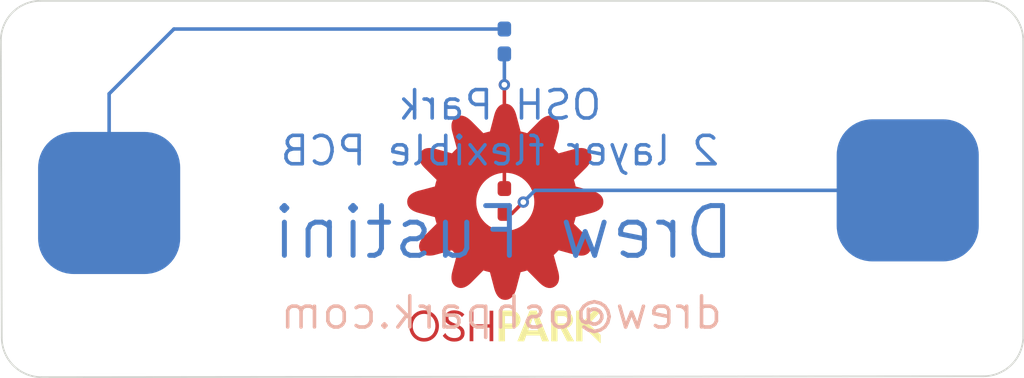
<source format=kicad_pcb>
(kicad_pcb (version 20171130) (host pcbnew 5.1.4-e60b266~84~ubuntu19.04.1)

  (general
    (thickness 1.6)
    (drawings 12)
    (tracks 11)
    (zones 0)
    (modules 6)
    (nets 1)
  )

  (page A4)
  (layers
    (0 F.Cu signal hide)
    (31 B.Cu signal)
    (32 B.Adhes user)
    (33 F.Adhes user)
    (34 B.Paste user)
    (35 F.Paste user)
    (36 B.SilkS user)
    (37 F.SilkS user)
    (38 B.Mask user hide)
    (39 F.Mask user hide)
    (40 Dwgs.User user)
    (41 Cmts.User user)
    (42 Eco1.User user)
    (43 Eco2.User user)
    (44 Edge.Cuts user)
    (45 Margin user)
    (46 B.CrtYd user)
    (47 F.CrtYd user)
    (48 B.Fab user)
    (49 F.Fab user)
  )

  (setup
    (last_trace_width 0.25)
    (trace_clearance 0.2)
    (zone_clearance 0.508)
    (zone_45_only no)
    (trace_min 0.2)
    (via_size 0.8)
    (via_drill 0.4)
    (via_min_size 0.4)
    (via_min_drill 0.3)
    (uvia_size 0.3)
    (uvia_drill 0.1)
    (uvias_allowed no)
    (uvia_min_size 0.2)
    (uvia_min_drill 0.1)
    (edge_width 0.05)
    (segment_width 0.2)
    (pcb_text_width 0.3)
    (pcb_text_size 1.5 1.5)
    (mod_edge_width 0.12)
    (mod_text_size 1 1)
    (mod_text_width 0.15)
    (pad_size 1.524 1.524)
    (pad_drill 0.762)
    (pad_to_mask_clearance 0.051)
    (solder_mask_min_width 0.25)
    (aux_axis_origin 0 0)
    (visible_elements FFFFFF7F)
    (pcbplotparams
      (layerselection 0x010fc_ffffffff)
      (usegerberextensions false)
      (usegerberattributes false)
      (usegerberadvancedattributes false)
      (creategerberjobfile false)
      (excludeedgelayer true)
      (linewidth 0.100000)
      (plotframeref false)
      (viasonmask false)
      (mode 1)
      (useauxorigin false)
      (hpglpennumber 1)
      (hpglpenspeed 20)
      (hpglpendiameter 15.000000)
      (psnegative false)
      (psa4output false)
      (plotreference true)
      (plotvalue true)
      (plotinvisibletext false)
      (padsonsilk false)
      (subtractmaskfromsilk false)
      (outputformat 1)
      (mirror false)
      (drillshape 1)
      (scaleselection 1)
      (outputdirectory ""))
  )

  (net 0 "")

  (net_class Default "This is the default net class."
    (clearance 0.2)
    (trace_width 0.25)
    (via_dia 0.8)
    (via_drill 0.4)
    (uvia_dia 0.3)
    (uvia_drill 0.1)
  )

  (module LED_SMD:LED_0603_1608Metric_Pad1.05x0.95mm_HandSolder (layer F.Cu) (tedit 5DF04E01) (tstamp 5DF073B1)
    (at 153.4795 54.723 90)
    (descr "LED SMD 0603 (1608 Metric), square (rectangular) end terminal, IPC_7351 nominal, (Body size source: http://www.tortai-tech.com/upload/download/2011102023233369053.pdf), generated with kicad-footprint-generator")
    (tags "LED handsolder")
    (attr smd)
    (fp_text reference REF** (at 0 -1.43 90) (layer F.SilkS) hide
      (effects (font (size 1 1) (thickness 0.15)))
    )
    (fp_text value LED_0603_1608Metric_Pad1.05x0.95mm_HandSolder (at 0 1.43 90) (layer F.Fab) hide
      (effects (font (size 1 1) (thickness 0.15)))
    )
    (fp_text user %R (at 0 0 90) (layer F.Fab)
      (effects (font (size 0.4 0.4) (thickness 0.06)))
    )
    (fp_line (start 1.65 0.73) (end -1.65 0.73) (layer F.CrtYd) (width 0.05))
    (fp_line (start 1.65 -0.73) (end 1.65 0.73) (layer F.CrtYd) (width 0.05))
    (fp_line (start -1.65 -0.73) (end 1.65 -0.73) (layer F.CrtYd) (width 0.05))
    (fp_line (start -1.65 0.73) (end -1.65 -0.73) (layer F.CrtYd) (width 0.05))
    (fp_line (start 0.8 0.4) (end 0.8 -0.4) (layer F.Fab) (width 0.1))
    (fp_line (start -0.8 0.4) (end 0.8 0.4) (layer F.Fab) (width 0.1))
    (fp_line (start -0.8 -0.1) (end -0.8 0.4) (layer F.Fab) (width 0.1))
    (fp_line (start -0.5 -0.4) (end -0.8 -0.1) (layer F.Fab) (width 0.1))
    (fp_line (start 0.8 -0.4) (end -0.5 -0.4) (layer F.Fab) (width 0.1))
    (pad 2 smd roundrect (at 0.875 0 90) (size 1.05 0.95) (layers F.Cu F.Paste F.Mask) (roundrect_rratio 0.25))
    (pad 1 smd roundrect (at -0.875 0 90) (size 1.05 0.95) (layers F.Cu F.Paste F.Mask) (roundrect_rratio 0.25))
    (model ${KISYS3DMOD}/LED_SMD.3dshapes/LED_0603_1608Metric.wrl
      (at (xyz 0 0 0))
      (scale (xyz 1 1 1))
      (rotate (xyz 0 0 0))
    )
  )

  (module Resistor_SMD:R_0603_1608Metric_Pad1.05x0.95mm_HandSolder (layer B.Cu) (tedit 5DF04DCE) (tstamp 5DF070E6)
    (at 153.4795 43.4975 270)
    (descr "Resistor SMD 0603 (1608 Metric), square (rectangular) end terminal, IPC_7351 nominal with elongated pad for handsoldering. (Body size source: http://www.tortai-tech.com/upload/download/2011102023233369053.pdf), generated with kicad-footprint-generator")
    (tags "resistor handsolder")
    (attr smd)
    (fp_text reference REF** (at 0 1.43 270) (layer B.SilkS) hide
      (effects (font (size 1 1) (thickness 0.15)) (justify mirror))
    )
    (fp_text value R_0603_1608Metric_Pad1.05x0.95mm_HandSolder (at 0 -1.43 270) (layer B.Fab) hide
      (effects (font (size 1 1) (thickness 0.15)) (justify mirror))
    )
    (fp_text user %R (at 0 0 270) (layer B.Fab)
      (effects (font (size 0.4 0.4) (thickness 0.06)) (justify mirror))
    )
    (fp_line (start 1.65 -0.73) (end -1.65 -0.73) (layer B.CrtYd) (width 0.05))
    (fp_line (start 1.65 0.73) (end 1.65 -0.73) (layer B.CrtYd) (width 0.05))
    (fp_line (start -1.65 0.73) (end 1.65 0.73) (layer B.CrtYd) (width 0.05))
    (fp_line (start -1.65 -0.73) (end -1.65 0.73) (layer B.CrtYd) (width 0.05))
    (fp_line (start 0.8 -0.4) (end -0.8 -0.4) (layer B.Fab) (width 0.1))
    (fp_line (start 0.8 0.4) (end 0.8 -0.4) (layer B.Fab) (width 0.1))
    (fp_line (start -0.8 0.4) (end 0.8 0.4) (layer B.Fab) (width 0.1))
    (fp_line (start -0.8 -0.4) (end -0.8 0.4) (layer B.Fab) (width 0.1))
    (pad 2 smd roundrect (at 0.875 0 270) (size 1.05 0.95) (layers B.Cu B.Paste B.Mask) (roundrect_rratio 0.25))
    (pad 1 smd roundrect (at -0.875 0 270) (size 1.05 0.95) (layers B.Cu B.Paste B.Mask) (roundrect_rratio 0.25))
    (model ${KISYS3DMOD}/Resistor_SMD.3dshapes/R_0603_1608Metric.wrl
      (at (xyz 0 0 0))
      (scale (xyz 1 1 1))
      (rotate (xyz 0 0 0))
    )
  )

  (module touch:TestPoint_Pad_4.0x4.0mm (layer B.Cu) (tedit 5DF04A6A) (tstamp 5DF05CD9)
    (at 125.6665 54.864)
    (descr "SMD rectangular pad as test Point, square 4.0mm side length")
    (tags "test point SMD pad rectangle square")
    (attr virtual)
    (fp_text reference REF** (at 0 2.898) (layer B.SilkS) hide
      (effects (font (size 1 1) (thickness 0.15)) (justify mirror))
    )
    (fp_text value TestPoint_Pad_10.0x10.0mm (at 0 -3.1) (layer B.Fab) hide
      (effects (font (size 1 1) (thickness 0.15)) (justify mirror))
    )
    (fp_line (start 2.5 -2.5) (end -2.5 -2.5) (layer B.CrtYd) (width 0.05))
    (fp_line (start 2.5 -2.5) (end 2.5 2.5) (layer B.CrtYd) (width 0.05))
    (fp_line (start -2.5 2.5) (end -2.5 -2.5) (layer B.CrtYd) (width 0.05))
    (fp_line (start -2.5 2.5) (end 2.5 2.5) (layer B.CrtYd) (width 0.05))
    (fp_text user %R (at 0 2.9) (layer B.Fab) hide
      (effects (font (size 1 1) (thickness 0.15)) (justify mirror))
    )
    (pad 1 smd roundrect (at 0 0) (size 10 10) (layers B.Cu B.Mask) (roundrect_rratio 0.25))
  )

  (module touch:TestPoint_Pad_4.0x4.0mm (layer B.Cu) (tedit 5DF045F0) (tstamp 5DF05110)
    (at 181.864 53.975)
    (descr "SMD rectangular pad as test Point, square 4.0mm side length")
    (tags "test point SMD pad rectangle square")
    (attr virtual)
    (fp_text reference REF** (at 0 2.898) (layer B.SilkS) hide
      (effects (font (size 1 1) (thickness 0.15)) (justify mirror))
    )
    (fp_text value TestPoint_Pad_10.0x10.0mm (at 0 -3.1) (layer B.Fab) hide
      (effects (font (size 1 1) (thickness 0.15)) (justify mirror))
    )
    (fp_text user %R (at 0 2.9) (layer B.Fab) hide
      (effects (font (size 1 1) (thickness 0.15)) (justify mirror))
    )
    (fp_line (start -2.5 2.5) (end 2.5 2.5) (layer B.CrtYd) (width 0.05))
    (fp_line (start -2.5 2.5) (end -2.5 -2.5) (layer B.CrtYd) (width 0.05))
    (fp_line (start 2.5 -2.5) (end 2.5 2.5) (layer B.CrtYd) (width 0.05))
    (fp_line (start 2.5 -2.5) (end -2.5 -2.5) (layer B.CrtYd) (width 0.05))
    (pad 1 smd roundrect (at 0 0) (size 10 10) (layers B.Cu B.Mask) (roundrect_rratio 0.25))
  )

  (module oshpark:OSH_small (layer F.Cu) (tedit 5DE9E529) (tstamp 5DF06053)
    (at 153.543 56.3245)
    (descr "Imported from OSHPARK.svg")
    (tags svg2mod)
    (attr smd)
    (fp_text reference OSH_small (at 0 -11.457835) (layer F.SilkS) hide
      (effects (font (size 1.524 1.524) (thickness 0.3048)))
    )
    (fp_text value G*** (at 0 11.457835) (layer F.SilkS) hide
      (effects (font (size 1.524 1.524) (thickness 0.3048)))
    )
    (fp_poly (pts (xy 0.00118 -8.409695) (xy 0.00043 -3.623025) (xy 0.21316 -3.612325) (xy 0.41974 -3.580825)
      (xy 0.61914 -3.529525) (xy 0.81031 -3.459525) (xy 0.99219 -3.371925) (xy 1.16375 -3.267695)
      (xy 1.32394 -3.147905) (xy 1.4717 -3.013605) (xy 1.606 -2.865845) (xy 1.72579 -2.705655)
      (xy 1.83001 -2.534105) (xy 1.91761 -2.352215) (xy 1.98761 -2.161055) (xy 2.03891 -1.961655)
      (xy 2.07041 -1.755065) (xy 2.08111 -1.542335) (xy 2.07041 -1.329495) (xy 2.03891 -1.122805)
      (xy 1.98771 -0.923315) (xy 1.91781 -0.732055) (xy 1.83021 -0.550075) (xy 1.726 -0.378435)
      (xy 1.60622 -0.218175) (xy 1.47192 -0.070335) (xy 1.32415 0.064025) (xy 1.16396 0.183875)
      (xy 0.99238 0.288155) (xy 0.81047 0.375855) (xy 0.61928 0.445855) (xy 0.41984 0.497155)
      (xy 0.21321 0.528655) (xy 0.00043 0.539455) (xy -0.21235 0.528655) (xy -0.41897 0.497155)
      (xy -0.6184 0.445855) (xy -0.80958 0.375855) (xy -0.99147 0.288155) (xy -1.16302 0.183875)
      (xy -1.3232 0.064025) (xy -1.47095 -0.070335) (xy -1.60524 -0.218175) (xy -1.72501 -0.378435)
      (xy -1.82922 -0.550075) (xy -1.91682 -0.732055) (xy -1.98682 -0.923315) (xy -2.03812 -1.122805)
      (xy -2.06962 -1.329495) (xy -2.08032 -1.542335) (xy -2.06962 -1.755065) (xy -2.03812 -1.961655)
      (xy -1.98682 -2.161055) (xy -1.91682 -2.352215) (xy -1.82922 -2.534105) (xy -1.72501 -2.705655)
      (xy -1.60524 -2.865845) (xy -1.47095 -3.013605) (xy -1.3232 -3.147905) (xy -1.16302 -3.267695)
      (xy -0.99147 -3.371925) (xy -0.80958 -3.459525) (xy -0.6184 -3.529525) (xy -0.41897 -3.580825)
      (xy -0.21235 -3.612325) (xy 0.00043 -3.623025) (xy 0.00118 -8.409695) (xy -0.14129 -8.393995)
      (xy -0.2674 -8.349495) (xy -0.378 -8.279795) (xy -0.4739 -8.188495) (xy -0.556 -8.079355)
      (xy -0.6251 -7.956025) (xy -0.6821 -7.822195) (xy -0.7278 -7.681515) (xy -1.04856 -6.462625)
      (xy -1.30304 -6.403425) (xy -1.55293 -6.331225) (xy -2.43795 -7.223815) (xy -2.5541 -7.325575)
      (xy -2.67331 -7.414275) (xy -2.79523 -7.486675) (xy -2.91953 -7.539575) (xy -3.04586 -7.569675)
      (xy -3.17388 -7.573675) (xy -3.30323 -7.548275) (xy -3.43358 -7.490275) (xy -3.54913 -7.405275)
      (xy -3.63603 -7.303485) (xy -3.69693 -7.187695) (xy -3.73433 -7.060655) (xy -3.75073 -6.925095)
      (xy -3.74873 -6.783755) (xy -3.73103 -6.639375) (xy -3.70003 -6.494705) (xy -3.36893 -5.282225)
      (xy -3.55878 -5.102185) (xy -3.73879 -4.912505) (xy -4.95156 -5.242875) (xy -5.10317 -5.273475)
      (xy -5.25088 -5.290975) (xy -5.39277 -5.292975) (xy -5.5269 -5.276575) (xy -5.65135 -5.239375)
      (xy -5.76419 -5.178675) (xy -5.86349 -5.091975) (xy -5.94729 -4.976645) (xy -6.00489 -4.845335)
      (xy -6.02929 -4.713775) (xy -6.02429 -4.583095) (xy -5.99309 -4.454385) (xy -5.93949 -4.328745)
      (xy -5.86709 -4.207285) (xy -5.77959 -4.091105) (xy -5.68049 -3.981305) (xy -4.78848 -3.096875)
      (xy -4.86248 -2.846755) (xy -4.92388 -2.591195) (xy -6.13913 -2.271315) (xy -6.28557 -2.221815)
      (xy -6.42211 -2.163015) (xy -6.54579 -2.093715) (xy -6.65364 -2.012515) (xy -6.74264 -1.918115)
      (xy -6.80994 -1.809295) (xy -6.85244 -1.684715) (xy -6.86724 -1.543065) (xy -6.85154 -1.400675)
      (xy -6.80704 -1.274595) (xy -6.73724 -1.163985) (xy -6.64594 -1.068085) (xy -6.5368 -0.985985)
      (xy -6.41347 -0.916885) (xy -6.27964 -0.859985) (xy -6.13897 -0.814385) (xy -4.92372 -0.494365)
      (xy -4.86232 -0.239235) (xy -4.78842 0.010885) (xy -5.68043 0.895605) (xy -5.78261 1.011585)
      (xy -5.87161 1.130695) (xy -5.94411 1.252585) (xy -5.99701 1.376885) (xy -6.02701 1.503265)
      (xy -6.03101 1.631355) (xy -6.00551 1.760795) (xy -5.94741 1.891235) (xy -5.86251 2.006695)
      (xy -5.76079 2.093495) (xy -5.64502 2.154295) (xy -5.51794 2.191595) (xy -5.38232 2.207995)
      (xy -5.24091 2.205995) (xy -5.09648 2.188395) (xy -4.95178 2.157595) (xy -3.73916 1.826495)
      (xy -3.55915 2.015885) (xy -3.36929 2.196065) (xy -3.70039 3.409125) (xy -3.73109 3.560565)
      (xy -3.74869 3.708175) (xy -3.75069 3.850005) (xy -3.73429 3.984105) (xy -3.69709 4.108515)
      (xy -3.63639 4.221295) (xy -3.54959 4.320495) (xy -3.43416 4.404195) (xy -3.30285 4.461895)
      (xy -3.17132 4.486395) (xy -3.04066 4.481395) (xy -2.91197 4.450195) (xy -2.78636 4.396595)
      (xy -2.66492 4.324295) (xy -2.54876 4.236795) (xy -2.43897 4.137795) (xy -1.55409 3.245195)
      (xy -1.30401 3.319295) (xy -1.0487 3.380995) (xy -0.72882 4.596245) (xy -0.67942 4.742405)
      (xy -0.62072 4.878745) (xy -0.55142 5.002265) (xy -0.47012 5.110005) (xy -0.37562 5.199005)
      (xy -0.26663 5.266305) (xy -0.14183 5.308805) (xy 0.0001 5.323605) (xy 0.1423 5.307905)
      (xy 0.26821 5.263405) (xy 0.37868 5.193705) (xy 0.47448 5.102505) (xy 0.55658 4.993495)
      (xy 0.62568 4.870315) (xy 0.68268 4.736655) (xy 0.72838 4.596185) (xy 1.04825 3.380645)
      (xy 1.30343 3.319445) (xy 1.55379 3.245445) (xy 2.43852 4.137905) (xy 2.55442 4.240085)
      (xy 2.67348 4.329085) (xy 2.79535 4.401685) (xy 2.91965 4.454585) (xy 3.04602 4.484585)
      (xy 3.17409 4.488585) (xy 3.30349 4.462985) (xy 3.43386 4.404785) (xy 3.5493 4.319985)
      (xy 3.6361 4.218365) (xy 3.6969 4.102685) (xy 3.7342 3.975695) (xy 3.7507 3.840155)
      (xy 3.7487 3.698805) (xy 3.7312 3.554415) (xy 3.7006 3.409725) (xy 3.36921 2.196675)
      (xy 3.55866 2.016495) (xy 3.73849 1.827095) (xy 4.95155 2.158195) (xy 5.10316 2.188595)
      (xy 5.25086 2.205995) (xy 5.39274 2.207995) (xy 5.52685 2.191495) (xy 5.65126 2.154195)
      (xy 5.76405 2.093495) (xy 5.86325 2.006695) (xy 5.94695 1.891265) (xy 6.00455 1.759975)
      (xy 6.02895 1.628485) (xy 6.02395 1.497875) (xy 5.99275 1.369255) (xy 5.93915 1.243685)
      (xy 5.86685 1.122265) (xy 5.77935 1.006085) (xy 5.68035 0.896225) (xy 4.78804 0.011495)
      (xy 4.86214 -0.238625) (xy 4.92344 -0.493755) (xy 6.13868 -0.813785) (xy 6.28522 -0.863185)
      (xy 6.42183 -0.921885) (xy 6.54556 -0.991285) (xy 6.65344 -1.072585) (xy 6.74254 -1.167085)
      (xy 6.80984 -1.276075) (xy 6.85244 -1.400845) (xy 6.86724 -1.542705) (xy 6.85194 -1.684715)
      (xy 6.80764 -1.810495) (xy 6.73804 -1.920855) (xy 6.64694 -2.016655) (xy 6.53789 -2.098655)
      (xy 6.41461 -2.167755) (xy 6.2808 -2.224755) (xy 6.14013 -2.270455) (xy 4.92488 -2.590335)
      (xy 4.86358 -2.845855) (xy 4.78948 -3.095735) (xy 5.68179 -3.980895) (xy 5.78395 -4.096695)
      (xy 5.87285 -4.215675) (xy 5.94535 -4.337485) (xy 5.99815 -4.461745) (xy 6.02805 -4.588095)
      (xy 6.03205 -4.716185) (xy 6.00655 -4.845635) (xy 5.94845 -4.976085) (xy 5.86365 -5.091375)
      (xy 5.76206 -5.178075) (xy 5.64641 -5.238875) (xy 5.51943 -5.276175) (xy 5.38387 -5.292675)
      (xy 5.24246 -5.290675) (xy 5.09796 -5.273075) (xy 4.9531 -5.242275) (xy 3.74019 -4.911755)
      (xy 3.5604 -5.101105) (xy 3.3712 -5.281035) (xy 3.70215 -6.493945) (xy 3.73265 -6.645465)
      (xy 3.75005 -6.793085) (xy 3.75205 -6.934915) (xy 3.73565 -7.069005) (xy 3.69835 -7.193445)
      (xy 3.63755 -7.306295) (xy 3.55075 -7.405695) (xy 3.43522 -7.489595) (xy 3.30408 -7.547095)
      (xy 3.17265 -7.571395) (xy 3.04204 -7.566395) (xy 2.91335 -7.535095) (xy 2.78769 -7.481395)
      (xy 2.66618 -7.408995) (xy 2.54992 -7.321595) (xy 2.44003 -7.222795) (xy 1.55545 -6.330485)
      (xy 1.30598 -6.402785) (xy 1.05107 -6.462485) (xy 0.73018 -7.681375) (xy 0.68058 -7.827915)
      (xy 0.62168 -7.964525) (xy 0.55228 -8.088255) (xy 0.47098 -8.196135) (xy 0.37658 -8.285235)
      (xy 0.2677 -8.352535) (xy 0.14304 -8.395035) (xy 0.0013 -8.409835) (xy 0.00118 -8.409695)) (layer F.Cu) (width 0.073847))
    (fp_poly (pts (xy -5.71389 8.295375) (xy -5.71389 8.046425) (xy -5.88469 8.029425) (xy -6.03947 7.980425)
      (xy -6.17614 7.902625) (xy -6.29262 7.799265) (xy -6.38682 7.673515) (xy -6.45672 7.528545)
      (xy -6.50022 7.367545) (xy -6.51512 7.193705) (xy -6.50022 7.019865) (xy -6.45672 6.858865)
      (xy -6.38682 6.713895) (xy -6.29262 6.588145) (xy -6.17614 6.484785) (xy -6.03947 6.406985)
      (xy -5.88469 6.357985) (xy -5.71389 6.340985) (xy -5.54238 6.357985) (xy -5.38754 6.406985)
      (xy -5.25128 6.484785) (xy -5.13551 6.588145) (xy -5.04211 6.713895) (xy -4.97301 6.858865)
      (xy -4.93021 7.019865) (xy -4.91551 7.193705) (xy -4.93021 7.367545) (xy -4.97301 7.528545)
      (xy -5.04211 7.673515) (xy -5.13551 7.799265) (xy -5.25128 7.902625) (xy -5.38754 7.980425)
      (xy -5.54238 8.029425) (xy -5.71389 8.046425) (xy -5.71389 8.295375) (xy -5.60215 8.289375)
      (xy -5.49471 8.272675) (xy -5.39197 8.245575) (xy -5.29437 8.208575) (xy -5.20217 8.162275)
      (xy -5.11587 8.107175) (xy -5.03597 8.043775) (xy -4.96277 7.972775) (xy -4.89667 7.894575)
      (xy -4.83807 7.809775) (xy -4.78737 7.718975) (xy -4.74497 7.622675) (xy -4.71127 7.521405)
      (xy -4.68667 7.415745) (xy -4.67167 7.306225) (xy -4.66667 7.193415) (xy -4.67167 7.080595)
      (xy -4.68667 6.971085) (xy -4.71127 6.865415) (xy -4.74497 6.764145) (xy -4.78737 6.667845)
      (xy -4.83807 6.577045) (xy -4.89667 6.492245) (xy -4.96277 6.414045) (xy -5.03597 6.342945)
      (xy -5.11587 6.279545) (xy -5.20217 6.224445) (xy -5.29437 6.178145) (xy -5.39197 6.141145)
      (xy -5.49471 6.114045) (xy -5.60215 6.097345) (xy -5.71389 6.091345) (xy -5.82609 6.097345)
      (xy -5.93388 6.114045) (xy -6.03687 6.141145) (xy -6.13467 6.178145) (xy -6.22687 6.224445)
      (xy -6.31307 6.279545) (xy -6.39297 6.342945) (xy -6.46607 6.414045) (xy -6.53207 6.492245)
      (xy -6.59047 6.577045) (xy -6.64097 6.667845) (xy -6.68317 6.764145) (xy -6.71667 6.865415)
      (xy -6.74107 6.971085) (xy -6.75597 7.080595) (xy -6.76097 7.193415) (xy -6.75597 7.306225)
      (xy -6.74107 7.415745) (xy -6.71667 7.521405) (xy -6.68317 7.622675) (xy -6.64097 7.718975)
      (xy -6.59047 7.809775) (xy -6.53207 7.894575) (xy -6.46607 7.972775) (xy -6.39297 8.043775)
      (xy -6.31307 8.107175) (xy -6.22687 8.162275) (xy -6.13467 8.208575) (xy -6.03687 8.245575)
      (xy -5.93388 8.272675) (xy -5.82609 8.289375) (xy -5.71389 8.295375)) (layer F.Cu) (width 0))
    (fp_poly (pts (xy -3.5907 8.295375) (xy -3.44187 8.286375) (xy -3.30406 8.258975) (xy -3.18001 8.212975)
      (xy -3.07241 8.147975) (xy -2.98401 8.063675) (xy -2.91751 7.959725) (xy -2.87561 7.835805)
      (xy -2.86101 7.691555) (xy -2.87691 7.552235) (xy -2.92141 7.434915) (xy -2.98981 7.336615)
      (xy -3.07751 7.254415) (xy -3.17982 7.185415) (xy -3.29208 7.126615) (xy -3.52784 7.027715)
      (xy -3.70664 6.955515) (xy -3.85727 6.872815) (xy -3.91627 6.823915) (xy -3.96127 6.768115)
      (xy -3.98997 6.703915) (xy -4.00007 6.629915) (xy -3.99207 6.554915) (xy -3.96807 6.490615)
      (xy -3.93017 6.436915) (xy -3.88027 6.393515) (xy -3.82017 6.360115) (xy -3.75177 6.336615)
      (xy -3.67677 6.322615) (xy -3.59697 6.317615) (xy -3.50107 6.322615) (xy -3.41297 6.336315)
      (xy -3.33277 6.358215) (xy -3.26037 6.387715) (xy -3.19597 6.424015) (xy -3.13947 6.466415)
      (xy -3.05047 6.566885) (xy -2.87592 6.389475) (xy -2.93462 6.327375) (xy -3.00322 6.270575)
      (xy -3.08132 6.219875) (xy -3.16862 6.176275) (xy -3.26472 6.140775) (xy -3.36936 6.114275)
      (xy -3.48217 6.097675) (xy -3.60284 6.091675) (xy -3.73476 6.100675) (xy -3.85823 6.127675)
      (xy -3.97043 6.172275) (xy -4.06853 6.234275) (xy -4.14973 6.313275) (xy -4.21123 6.408975)
      (xy -4.25023 6.521165) (xy -4.26383 6.649475) (xy -4.24983 6.769025) (xy -4.21043 6.869725)
      (xy -4.14943 6.954225) (xy -4.07063 7.025125) (xy -3.97793 7.085025) (xy -3.87509 7.136525)
      (xy -3.6543 7.224725) (xy -3.4565 7.304325) (xy -3.3666 7.348925) (xy -3.2866 7.399625)
      (xy -3.2195 7.458525) (xy -3.1682 7.527725) (xy -3.1357 7.609325) (xy -3.1249 7.705425)
      (xy -3.1349 7.789025) (xy -3.1618 7.860025) (xy -3.2038 7.918825) (xy -3.2593 7.965825)
      (xy -3.3266 8.001625) (xy -3.404 8.026625) (xy -3.4899 8.041225) (xy -3.5826 8.046225)
      (xy -3.69075 8.039225) (xy -3.79323 8.020125) (xy -3.88863 7.989225) (xy -3.97563 7.947425)
      (xy -4.05283 7.895625) (xy -4.11893 7.834625) (xy -4.17243 7.765125) (xy -4.21203 7.688125)
      (xy -4.40088 7.879845) (xy -4.33778 7.967545) (xy -4.26108 8.047345) (xy -4.17208 8.118045)
      (xy -4.07218 8.178545) (xy -3.96276 8.227645) (xy -3.84518 8.264145) (xy -3.72084 8.286945)
      (xy -3.59109 8.294945) (xy -3.5907 8.295375)) (layer F.Cu) (width 0))
    (fp_poly (pts (xy -1.10433 6.120635) (xy -1.10433 7.076375) (xy -2.24607 7.076375) (xy -2.24607 6.120635)
      (xy -2.50646 6.120635) (xy -2.50646 8.266755) (xy -2.24607 8.266755) (xy -2.24607 7.311015)
      (xy -1.10433 7.311015) (xy -1.10433 8.266755) (xy -0.84394 8.266755) (xy -0.84394 6.120635)
      (xy -1.10433 6.120635)) (layer F.Cu) (width 0))
    (fp_poly (pts (xy 0.42791 6.120635) (xy -0.02711 6.495535) (xy 0.38781 6.495535) (xy 0.44521 6.500535)
      (xy 0.49851 6.515035) (xy 0.54661 6.538335) (xy 0.58851 6.569635) (xy 0.62301 6.608335)
      (xy 0.64901 6.653735) (xy 0.66541 6.705135) (xy 0.67141 6.761735) (xy 0.66541 6.820135)
      (xy 0.64901 6.872535) (xy 0.62301 6.918535) (xy 0.58851 6.957435) (xy 0.54661 6.988635)
      (xy 0.49851 7.011635) (xy 0.44521 7.025835) (xy 0.38781 7.030835) (xy 0.38781 7.030635)
      (xy -0.02711 7.030635) (xy -0.02711 6.495535) (xy 0.42791 6.120635) (xy -0.45915 6.120635)
      (xy -0.45915 8.266755) (xy -0.02707 8.266755) (xy -0.02707 7.382555) (xy 0.42791 7.382555)
      (xy 0.5579 7.370355) (xy 0.67807 7.335055) (xy 0.78609 7.278855) (xy 0.87969 7.203855)
      (xy 0.95649 7.112155) (xy 1.01419 7.006005) (xy 1.05049 6.887525) (xy 1.06309 6.758845)
      (xy 1.05049 6.630375) (xy 1.01419 6.510655) (xy 0.95649 6.402275) (xy 0.87969 6.307775)
      (xy 0.78609 6.229775) (xy 0.67807 6.170875) (xy 0.5579 6.133675) (xy 0.42791 6.120675)
      (xy 0.42791 6.120635)) (layer F.SilkS) (width 0))
    (fp_poly (pts (xy 2.59844 8.266755) (xy 1.96319 6.558445) (xy 2.31515 7.505595) (xy 1.60836 7.505595)
      (xy 1.96319 6.558445) (xy 2.59844 8.266755) (xy 3.06487 8.266755) (xy 2.20355 6.120635)
      (xy 1.71996 6.120635) (xy 0.85865 8.266755) (xy 1.32508 8.266755) (xy 1.47674 7.860425)
      (xy 2.44678 7.860425) (xy 2.59844 8.266755)) (layer F.SilkS) (width 0))
    (fp_poly (pts (xy 4.31659 7.328185) (xy 4.11009 7.022185) (xy 3.67228 7.022185) (xy 3.67228 6.495675)
      (xy 4.11009 6.495675) (xy 4.16319 6.500675) (xy 4.21239 6.515675) (xy 4.25669 6.539575)
      (xy 4.29509 6.571375) (xy 4.32669 6.610075) (xy 4.35039 6.654875) (xy 4.36539 6.704775)
      (xy 4.37039 6.758775) (xy 4.36539 6.812775) (xy 4.35069 6.862675) (xy 4.32729 6.907475)
      (xy 4.29609 6.946175) (xy 4.25789 6.977975) (xy 4.21359 7.001875) (xy 4.16399 7.016875)
      (xy 4.11009 7.021875) (xy 4.11009 7.022185) (xy 4.31659 7.328185) (xy 4.41049 7.296585)
      (xy 4.49619 7.251785) (xy 4.57229 7.194785) (xy 4.63749 7.126585) (xy 4.69049 7.048185)
      (xy 4.72989 6.960585) (xy 4.75449 6.864785) (xy 4.76249 6.761805) (xy 4.74979 6.631575)
      (xy 4.71319 6.510755) (xy 4.65509 6.401815) (xy 4.57799 6.307215) (xy 4.48419 6.229415)
      (xy 4.37621 6.170715) (xy 4.25643 6.133715) (xy 4.12726 6.120815) (xy 3.2402 6.120815)
      (xy 3.2402 8.266935) (xy 3.67228 8.266935) (xy 3.67228 7.356985) (xy 3.88403 7.356985)
      (xy 4.35332 8.266935) (xy 4.83691 8.266935) (xy 4.31612 7.328365) (xy 4.31659 7.328185)) (layer F.SilkS) (width 0))
    (fp_poly (pts (xy 6.76111 6.120635) (xy 6.20884 6.120635) (xy 5.42765 6.959055) (xy 5.42765 6.120635)
      (xy 4.99557 6.120635) (xy 4.99557 8.266755) (xy 5.42765 8.266755) (xy 5.42765 7.193695)
      (xy 6.7096 8.409835) (xy 6.7096 7.831805) (xy 5.87118 7.056345) (xy 6.76111 6.120635)) (layer F.SilkS) (width 0))
  )

  (module oshpark:OSH_small (layer F.Cu) (tedit 5DE9E4DF) (tstamp 5CD2DF1C)
    (at 153.543 56.3245)
    (descr "Imported from OSHPARK.svg")
    (tags svg2mod)
    (attr smd)
    (fp_text reference OSH_small (at 0 -11.457835) (layer F.SilkS) hide
      (effects (font (size 1.524 1.524) (thickness 0.3048)))
    )
    (fp_text value G*** (at 0 11.457835) (layer F.SilkS) hide
      (effects (font (size 1.524 1.524) (thickness 0.3048)))
    )
    (fp_poly (pts (xy 6.76111 6.120635) (xy 6.20884 6.120635) (xy 5.42765 6.959055) (xy 5.42765 6.120635)
      (xy 4.99557 6.120635) (xy 4.99557 8.266755) (xy 5.42765 8.266755) (xy 5.42765 7.193695)
      (xy 6.7096 8.409835) (xy 6.7096 7.831805) (xy 5.87118 7.056345) (xy 6.76111 6.120635)) (layer F.SilkS) (width 0))
    (fp_poly (pts (xy 4.31659 7.328185) (xy 4.11009 7.022185) (xy 3.67228 7.022185) (xy 3.67228 6.495675)
      (xy 4.11009 6.495675) (xy 4.16319 6.500675) (xy 4.21239 6.515675) (xy 4.25669 6.539575)
      (xy 4.29509 6.571375) (xy 4.32669 6.610075) (xy 4.35039 6.654875) (xy 4.36539 6.704775)
      (xy 4.37039 6.758775) (xy 4.36539 6.812775) (xy 4.35069 6.862675) (xy 4.32729 6.907475)
      (xy 4.29609 6.946175) (xy 4.25789 6.977975) (xy 4.21359 7.001875) (xy 4.16399 7.016875)
      (xy 4.11009 7.021875) (xy 4.11009 7.022185) (xy 4.31659 7.328185) (xy 4.41049 7.296585)
      (xy 4.49619 7.251785) (xy 4.57229 7.194785) (xy 4.63749 7.126585) (xy 4.69049 7.048185)
      (xy 4.72989 6.960585) (xy 4.75449 6.864785) (xy 4.76249 6.761805) (xy 4.74979 6.631575)
      (xy 4.71319 6.510755) (xy 4.65509 6.401815) (xy 4.57799 6.307215) (xy 4.48419 6.229415)
      (xy 4.37621 6.170715) (xy 4.25643 6.133715) (xy 4.12726 6.120815) (xy 3.2402 6.120815)
      (xy 3.2402 8.266935) (xy 3.67228 8.266935) (xy 3.67228 7.356985) (xy 3.88403 7.356985)
      (xy 4.35332 8.266935) (xy 4.83691 8.266935) (xy 4.31612 7.328365) (xy 4.31659 7.328185)) (layer F.SilkS) (width 0))
    (fp_poly (pts (xy 2.59844 8.266755) (xy 1.96319 6.558445) (xy 2.31515 7.505595) (xy 1.60836 7.505595)
      (xy 1.96319 6.558445) (xy 2.59844 8.266755) (xy 3.06487 8.266755) (xy 2.20355 6.120635)
      (xy 1.71996 6.120635) (xy 0.85865 8.266755) (xy 1.32508 8.266755) (xy 1.47674 7.860425)
      (xy 2.44678 7.860425) (xy 2.59844 8.266755)) (layer F.SilkS) (width 0))
    (fp_poly (pts (xy 0.42791 6.120635) (xy -0.02711 6.495535) (xy 0.38781 6.495535) (xy 0.44521 6.500535)
      (xy 0.49851 6.515035) (xy 0.54661 6.538335) (xy 0.58851 6.569635) (xy 0.62301 6.608335)
      (xy 0.64901 6.653735) (xy 0.66541 6.705135) (xy 0.67141 6.761735) (xy 0.66541 6.820135)
      (xy 0.64901 6.872535) (xy 0.62301 6.918535) (xy 0.58851 6.957435) (xy 0.54661 6.988635)
      (xy 0.49851 7.011635) (xy 0.44521 7.025835) (xy 0.38781 7.030835) (xy 0.38781 7.030635)
      (xy -0.02711 7.030635) (xy -0.02711 6.495535) (xy 0.42791 6.120635) (xy -0.45915 6.120635)
      (xy -0.45915 8.266755) (xy -0.02707 8.266755) (xy -0.02707 7.382555) (xy 0.42791 7.382555)
      (xy 0.5579 7.370355) (xy 0.67807 7.335055) (xy 0.78609 7.278855) (xy 0.87969 7.203855)
      (xy 0.95649 7.112155) (xy 1.01419 7.006005) (xy 1.05049 6.887525) (xy 1.06309 6.758845)
      (xy 1.05049 6.630375) (xy 1.01419 6.510655) (xy 0.95649 6.402275) (xy 0.87969 6.307775)
      (xy 0.78609 6.229775) (xy 0.67807 6.170875) (xy 0.5579 6.133675) (xy 0.42791 6.120675)
      (xy 0.42791 6.120635)) (layer F.SilkS) (width 0))
    (fp_poly (pts (xy -1.10433 6.120635) (xy -1.10433 7.076375) (xy -2.24607 7.076375) (xy -2.24607 6.120635)
      (xy -2.50646 6.120635) (xy -2.50646 8.266755) (xy -2.24607 8.266755) (xy -2.24607 7.311015)
      (xy -1.10433 7.311015) (xy -1.10433 8.266755) (xy -0.84394 8.266755) (xy -0.84394 6.120635)
      (xy -1.10433 6.120635)) (layer F.Mask) (width 0))
    (fp_poly (pts (xy -3.5907 8.295375) (xy -3.44187 8.286375) (xy -3.30406 8.258975) (xy -3.18001 8.212975)
      (xy -3.07241 8.147975) (xy -2.98401 8.063675) (xy -2.91751 7.959725) (xy -2.87561 7.835805)
      (xy -2.86101 7.691555) (xy -2.87691 7.552235) (xy -2.92141 7.434915) (xy -2.98981 7.336615)
      (xy -3.07751 7.254415) (xy -3.17982 7.185415) (xy -3.29208 7.126615) (xy -3.52784 7.027715)
      (xy -3.70664 6.955515) (xy -3.85727 6.872815) (xy -3.91627 6.823915) (xy -3.96127 6.768115)
      (xy -3.98997 6.703915) (xy -4.00007 6.629915) (xy -3.99207 6.554915) (xy -3.96807 6.490615)
      (xy -3.93017 6.436915) (xy -3.88027 6.393515) (xy -3.82017 6.360115) (xy -3.75177 6.336615)
      (xy -3.67677 6.322615) (xy -3.59697 6.317615) (xy -3.50107 6.322615) (xy -3.41297 6.336315)
      (xy -3.33277 6.358215) (xy -3.26037 6.387715) (xy -3.19597 6.424015) (xy -3.13947 6.466415)
      (xy -3.05047 6.566885) (xy -2.87592 6.389475) (xy -2.93462 6.327375) (xy -3.00322 6.270575)
      (xy -3.08132 6.219875) (xy -3.16862 6.176275) (xy -3.26472 6.140775) (xy -3.36936 6.114275)
      (xy -3.48217 6.097675) (xy -3.60284 6.091675) (xy -3.73476 6.100675) (xy -3.85823 6.127675)
      (xy -3.97043 6.172275) (xy -4.06853 6.234275) (xy -4.14973 6.313275) (xy -4.21123 6.408975)
      (xy -4.25023 6.521165) (xy -4.26383 6.649475) (xy -4.24983 6.769025) (xy -4.21043 6.869725)
      (xy -4.14943 6.954225) (xy -4.07063 7.025125) (xy -3.97793 7.085025) (xy -3.87509 7.136525)
      (xy -3.6543 7.224725) (xy -3.4565 7.304325) (xy -3.3666 7.348925) (xy -3.2866 7.399625)
      (xy -3.2195 7.458525) (xy -3.1682 7.527725) (xy -3.1357 7.609325) (xy -3.1249 7.705425)
      (xy -3.1349 7.789025) (xy -3.1618 7.860025) (xy -3.2038 7.918825) (xy -3.2593 7.965825)
      (xy -3.3266 8.001625) (xy -3.404 8.026625) (xy -3.4899 8.041225) (xy -3.5826 8.046225)
      (xy -3.69075 8.039225) (xy -3.79323 8.020125) (xy -3.88863 7.989225) (xy -3.97563 7.947425)
      (xy -4.05283 7.895625) (xy -4.11893 7.834625) (xy -4.17243 7.765125) (xy -4.21203 7.688125)
      (xy -4.40088 7.879845) (xy -4.33778 7.967545) (xy -4.26108 8.047345) (xy -4.17208 8.118045)
      (xy -4.07218 8.178545) (xy -3.96276 8.227645) (xy -3.84518 8.264145) (xy -3.72084 8.286945)
      (xy -3.59109 8.294945) (xy -3.5907 8.295375)) (layer F.Mask) (width 0))
    (fp_poly (pts (xy -5.71389 8.295375) (xy -5.71389 8.046425) (xy -5.88469 8.029425) (xy -6.03947 7.980425)
      (xy -6.17614 7.902625) (xy -6.29262 7.799265) (xy -6.38682 7.673515) (xy -6.45672 7.528545)
      (xy -6.50022 7.367545) (xy -6.51512 7.193705) (xy -6.50022 7.019865) (xy -6.45672 6.858865)
      (xy -6.38682 6.713895) (xy -6.29262 6.588145) (xy -6.17614 6.484785) (xy -6.03947 6.406985)
      (xy -5.88469 6.357985) (xy -5.71389 6.340985) (xy -5.54238 6.357985) (xy -5.38754 6.406985)
      (xy -5.25128 6.484785) (xy -5.13551 6.588145) (xy -5.04211 6.713895) (xy -4.97301 6.858865)
      (xy -4.93021 7.019865) (xy -4.91551 7.193705) (xy -4.93021 7.367545) (xy -4.97301 7.528545)
      (xy -5.04211 7.673515) (xy -5.13551 7.799265) (xy -5.25128 7.902625) (xy -5.38754 7.980425)
      (xy -5.54238 8.029425) (xy -5.71389 8.046425) (xy -5.71389 8.295375) (xy -5.60215 8.289375)
      (xy -5.49471 8.272675) (xy -5.39197 8.245575) (xy -5.29437 8.208575) (xy -5.20217 8.162275)
      (xy -5.11587 8.107175) (xy -5.03597 8.043775) (xy -4.96277 7.972775) (xy -4.89667 7.894575)
      (xy -4.83807 7.809775) (xy -4.78737 7.718975) (xy -4.74497 7.622675) (xy -4.71127 7.521405)
      (xy -4.68667 7.415745) (xy -4.67167 7.306225) (xy -4.66667 7.193415) (xy -4.67167 7.080595)
      (xy -4.68667 6.971085) (xy -4.71127 6.865415) (xy -4.74497 6.764145) (xy -4.78737 6.667845)
      (xy -4.83807 6.577045) (xy -4.89667 6.492245) (xy -4.96277 6.414045) (xy -5.03597 6.342945)
      (xy -5.11587 6.279545) (xy -5.20217 6.224445) (xy -5.29437 6.178145) (xy -5.39197 6.141145)
      (xy -5.49471 6.114045) (xy -5.60215 6.097345) (xy -5.71389 6.091345) (xy -5.82609 6.097345)
      (xy -5.93388 6.114045) (xy -6.03687 6.141145) (xy -6.13467 6.178145) (xy -6.22687 6.224445)
      (xy -6.31307 6.279545) (xy -6.39297 6.342945) (xy -6.46607 6.414045) (xy -6.53207 6.492245)
      (xy -6.59047 6.577045) (xy -6.64097 6.667845) (xy -6.68317 6.764145) (xy -6.71667 6.865415)
      (xy -6.74107 6.971085) (xy -6.75597 7.080595) (xy -6.76097 7.193415) (xy -6.75597 7.306225)
      (xy -6.74107 7.415745) (xy -6.71667 7.521405) (xy -6.68317 7.622675) (xy -6.64097 7.718975)
      (xy -6.59047 7.809775) (xy -6.53207 7.894575) (xy -6.46607 7.972775) (xy -6.39297 8.043775)
      (xy -6.31307 8.107175) (xy -6.22687 8.162275) (xy -6.13467 8.208575) (xy -6.03687 8.245575)
      (xy -5.93388 8.272675) (xy -5.82609 8.289375) (xy -5.71389 8.295375)) (layer F.Mask) (width 0))
    (fp_poly (pts (xy 0.00118 -8.409695) (xy 0.00043 -3.623025) (xy 0.21316 -3.612325) (xy 0.41974 -3.580825)
      (xy 0.61914 -3.529525) (xy 0.81031 -3.459525) (xy 0.99219 -3.371925) (xy 1.16375 -3.267695)
      (xy 1.32394 -3.147905) (xy 1.4717 -3.013605) (xy 1.606 -2.865845) (xy 1.72579 -2.705655)
      (xy 1.83001 -2.534105) (xy 1.91761 -2.352215) (xy 1.98761 -2.161055) (xy 2.03891 -1.961655)
      (xy 2.07041 -1.755065) (xy 2.08111 -1.542335) (xy 2.07041 -1.329495) (xy 2.03891 -1.122805)
      (xy 1.98771 -0.923315) (xy 1.91781 -0.732055) (xy 1.83021 -0.550075) (xy 1.726 -0.378435)
      (xy 1.60622 -0.218175) (xy 1.47192 -0.070335) (xy 1.32415 0.064025) (xy 1.16396 0.183875)
      (xy 0.99238 0.288155) (xy 0.81047 0.375855) (xy 0.61928 0.445855) (xy 0.41984 0.497155)
      (xy 0.21321 0.528655) (xy 0.00043 0.539455) (xy -0.21235 0.528655) (xy -0.41897 0.497155)
      (xy -0.6184 0.445855) (xy -0.80958 0.375855) (xy -0.99147 0.288155) (xy -1.16302 0.183875)
      (xy -1.3232 0.064025) (xy -1.47095 -0.070335) (xy -1.60524 -0.218175) (xy -1.72501 -0.378435)
      (xy -1.82922 -0.550075) (xy -1.91682 -0.732055) (xy -1.98682 -0.923315) (xy -2.03812 -1.122805)
      (xy -2.06962 -1.329495) (xy -2.08032 -1.542335) (xy -2.06962 -1.755065) (xy -2.03812 -1.961655)
      (xy -1.98682 -2.161055) (xy -1.91682 -2.352215) (xy -1.82922 -2.534105) (xy -1.72501 -2.705655)
      (xy -1.60524 -2.865845) (xy -1.47095 -3.013605) (xy -1.3232 -3.147905) (xy -1.16302 -3.267695)
      (xy -0.99147 -3.371925) (xy -0.80958 -3.459525) (xy -0.6184 -3.529525) (xy -0.41897 -3.580825)
      (xy -0.21235 -3.612325) (xy 0.00043 -3.623025) (xy 0.00118 -8.409695) (xy -0.14129 -8.393995)
      (xy -0.2674 -8.349495) (xy -0.378 -8.279795) (xy -0.4739 -8.188495) (xy -0.556 -8.079355)
      (xy -0.6251 -7.956025) (xy -0.6821 -7.822195) (xy -0.7278 -7.681515) (xy -1.04856 -6.462625)
      (xy -1.30304 -6.403425) (xy -1.55293 -6.331225) (xy -2.43795 -7.223815) (xy -2.5541 -7.325575)
      (xy -2.67331 -7.414275) (xy -2.79523 -7.486675) (xy -2.91953 -7.539575) (xy -3.04586 -7.569675)
      (xy -3.17388 -7.573675) (xy -3.30323 -7.548275) (xy -3.43358 -7.490275) (xy -3.54913 -7.405275)
      (xy -3.63603 -7.303485) (xy -3.69693 -7.187695) (xy -3.73433 -7.060655) (xy -3.75073 -6.925095)
      (xy -3.74873 -6.783755) (xy -3.73103 -6.639375) (xy -3.70003 -6.494705) (xy -3.36893 -5.282225)
      (xy -3.55878 -5.102185) (xy -3.73879 -4.912505) (xy -4.95156 -5.242875) (xy -5.10317 -5.273475)
      (xy -5.25088 -5.290975) (xy -5.39277 -5.292975) (xy -5.5269 -5.276575) (xy -5.65135 -5.239375)
      (xy -5.76419 -5.178675) (xy -5.86349 -5.091975) (xy -5.94729 -4.976645) (xy -6.00489 -4.845335)
      (xy -6.02929 -4.713775) (xy -6.02429 -4.583095) (xy -5.99309 -4.454385) (xy -5.93949 -4.328745)
      (xy -5.86709 -4.207285) (xy -5.77959 -4.091105) (xy -5.68049 -3.981305) (xy -4.78848 -3.096875)
      (xy -4.86248 -2.846755) (xy -4.92388 -2.591195) (xy -6.13913 -2.271315) (xy -6.28557 -2.221815)
      (xy -6.42211 -2.163015) (xy -6.54579 -2.093715) (xy -6.65364 -2.012515) (xy -6.74264 -1.918115)
      (xy -6.80994 -1.809295) (xy -6.85244 -1.684715) (xy -6.86724 -1.543065) (xy -6.85154 -1.400675)
      (xy -6.80704 -1.274595) (xy -6.73724 -1.163985) (xy -6.64594 -1.068085) (xy -6.5368 -0.985985)
      (xy -6.41347 -0.916885) (xy -6.27964 -0.859985) (xy -6.13897 -0.814385) (xy -4.92372 -0.494365)
      (xy -4.86232 -0.239235) (xy -4.78842 0.010885) (xy -5.68043 0.895605) (xy -5.78261 1.011585)
      (xy -5.87161 1.130695) (xy -5.94411 1.252585) (xy -5.99701 1.376885) (xy -6.02701 1.503265)
      (xy -6.03101 1.631355) (xy -6.00551 1.760795) (xy -5.94741 1.891235) (xy -5.86251 2.006695)
      (xy -5.76079 2.093495) (xy -5.64502 2.154295) (xy -5.51794 2.191595) (xy -5.38232 2.207995)
      (xy -5.24091 2.205995) (xy -5.09648 2.188395) (xy -4.95178 2.157595) (xy -3.73916 1.826495)
      (xy -3.55915 2.015885) (xy -3.36929 2.196065) (xy -3.70039 3.409125) (xy -3.73109 3.560565)
      (xy -3.74869 3.708175) (xy -3.75069 3.850005) (xy -3.73429 3.984105) (xy -3.69709 4.108515)
      (xy -3.63639 4.221295) (xy -3.54959 4.320495) (xy -3.43416 4.404195) (xy -3.30285 4.461895)
      (xy -3.17132 4.486395) (xy -3.04066 4.481395) (xy -2.91197 4.450195) (xy -2.78636 4.396595)
      (xy -2.66492 4.324295) (xy -2.54876 4.236795) (xy -2.43897 4.137795) (xy -1.55409 3.245195)
      (xy -1.30401 3.319295) (xy -1.0487 3.380995) (xy -0.72882 4.596245) (xy -0.67942 4.742405)
      (xy -0.62072 4.878745) (xy -0.55142 5.002265) (xy -0.47012 5.110005) (xy -0.37562 5.199005)
      (xy -0.26663 5.266305) (xy -0.14183 5.308805) (xy 0.0001 5.323605) (xy 0.1423 5.307905)
      (xy 0.26821 5.263405) (xy 0.37868 5.193705) (xy 0.47448 5.102505) (xy 0.55658 4.993495)
      (xy 0.62568 4.870315) (xy 0.68268 4.736655) (xy 0.72838 4.596185) (xy 1.04825 3.380645)
      (xy 1.30343 3.319445) (xy 1.55379 3.245445) (xy 2.43852 4.137905) (xy 2.55442 4.240085)
      (xy 2.67348 4.329085) (xy 2.79535 4.401685) (xy 2.91965 4.454585) (xy 3.04602 4.484585)
      (xy 3.17409 4.488585) (xy 3.30349 4.462985) (xy 3.43386 4.404785) (xy 3.5493 4.319985)
      (xy 3.6361 4.218365) (xy 3.6969 4.102685) (xy 3.7342 3.975695) (xy 3.7507 3.840155)
      (xy 3.7487 3.698805) (xy 3.7312 3.554415) (xy 3.7006 3.409725) (xy 3.36921 2.196675)
      (xy 3.55866 2.016495) (xy 3.73849 1.827095) (xy 4.95155 2.158195) (xy 5.10316 2.188595)
      (xy 5.25086 2.205995) (xy 5.39274 2.207995) (xy 5.52685 2.191495) (xy 5.65126 2.154195)
      (xy 5.76405 2.093495) (xy 5.86325 2.006695) (xy 5.94695 1.891265) (xy 6.00455 1.759975)
      (xy 6.02895 1.628485) (xy 6.02395 1.497875) (xy 5.99275 1.369255) (xy 5.93915 1.243685)
      (xy 5.86685 1.122265) (xy 5.77935 1.006085) (xy 5.68035 0.896225) (xy 4.78804 0.011495)
      (xy 4.86214 -0.238625) (xy 4.92344 -0.493755) (xy 6.13868 -0.813785) (xy 6.28522 -0.863185)
      (xy 6.42183 -0.921885) (xy 6.54556 -0.991285) (xy 6.65344 -1.072585) (xy 6.74254 -1.167085)
      (xy 6.80984 -1.276075) (xy 6.85244 -1.400845) (xy 6.86724 -1.542705) (xy 6.85194 -1.684715)
      (xy 6.80764 -1.810495) (xy 6.73804 -1.920855) (xy 6.64694 -2.016655) (xy 6.53789 -2.098655)
      (xy 6.41461 -2.167755) (xy 6.2808 -2.224755) (xy 6.14013 -2.270455) (xy 4.92488 -2.590335)
      (xy 4.86358 -2.845855) (xy 4.78948 -3.095735) (xy 5.68179 -3.980895) (xy 5.78395 -4.096695)
      (xy 5.87285 -4.215675) (xy 5.94535 -4.337485) (xy 5.99815 -4.461745) (xy 6.02805 -4.588095)
      (xy 6.03205 -4.716185) (xy 6.00655 -4.845635) (xy 5.94845 -4.976085) (xy 5.86365 -5.091375)
      (xy 5.76206 -5.178075) (xy 5.64641 -5.238875) (xy 5.51943 -5.276175) (xy 5.38387 -5.292675)
      (xy 5.24246 -5.290675) (xy 5.09796 -5.273075) (xy 4.9531 -5.242275) (xy 3.74019 -4.911755)
      (xy 3.5604 -5.101105) (xy 3.3712 -5.281035) (xy 3.70215 -6.493945) (xy 3.73265 -6.645465)
      (xy 3.75005 -6.793085) (xy 3.75205 -6.934915) (xy 3.73565 -7.069005) (xy 3.69835 -7.193445)
      (xy 3.63755 -7.306295) (xy 3.55075 -7.405695) (xy 3.43522 -7.489595) (xy 3.30408 -7.547095)
      (xy 3.17265 -7.571395) (xy 3.04204 -7.566395) (xy 2.91335 -7.535095) (xy 2.78769 -7.481395)
      (xy 2.66618 -7.408995) (xy 2.54992 -7.321595) (xy 2.44003 -7.222795) (xy 1.55545 -6.330485)
      (xy 1.30598 -6.402785) (xy 1.05107 -6.462485) (xy 0.73018 -7.681375) (xy 0.68058 -7.827915)
      (xy 0.62168 -7.964525) (xy 0.55228 -8.088255) (xy 0.47098 -8.196135) (xy 0.37658 -8.285235)
      (xy 0.2677 -8.352535) (xy 0.14304 -8.395035) (xy 0.0013 -8.409835) (xy 0.00118 -8.409695)) (layer F.Mask) (width 0.073847))
  )

  (gr_line (start 120.8405 40.64) (end 187.198 40.64) (layer Edge.Cuts) (width 0.12) (tstamp 5DF060A9))
  (gr_line (start 118.0465 43.434) (end 118.11 64.3255) (layer Edge.Cuts) (width 0.12) (tstamp 5DF060A8))
  (gr_line (start 187.198 67.056) (end 120.904 67.1195) (layer Edge.Cuts) (width 0.12) (tstamp 5DF060A5))
  (gr_arc (start 120.904 64.3255) (end 118.11 64.3255) (angle -90) (layer Edge.Cuts) (width 0.12) (tstamp 5DF0608F))
  (gr_arc (start 120.8405 43.434) (end 120.8405 40.64) (angle -90) (layer Edge.Cuts) (width 0.12) (tstamp 5DF06088))
  (gr_line (start 189.992 43.434) (end 189.992 64.262) (layer Edge.Cuts) (width 0.12) (tstamp 5DF06086))
  (gr_arc (start 187.198 43.434) (end 189.992 43.434) (angle -90) (layer Edge.Cuts) (width 0.12) (tstamp 5DF0607F))
  (gr_arc (start 187.198 64.262) (end 187.198 67.056) (angle -90) (layer Edge.Cuts) (width 0.12))
  (gr_text "OSH Park\n2 layer flexible PCB" (at 153.162 49.5808) (layer B.Cu) (tstamp 5DF05FE1)
    (effects (font (size 2 2) (thickness 0.25)) (justify mirror))
  )
  (gr_text "Drew Fustini" (at 153.416 56.9468) (layer B.Mask) (tstamp 5DE9D316)
    (effects (font (size 3.5 3.5) (thickness 0.35)) (justify mirror))
  )
  (gr_text "Drew Fustini" (at 153.416 56.9468) (layer B.Cu) (tstamp 5D3E808C)
    (effects (font (size 3.5 3.5) (thickness 0.35)) (justify mirror))
  )
  (gr_text drew@oshpark.com (at 153.2636 62.5856) (layer B.SilkS) (tstamp 5DF0603A)
    (effects (font (size 2.2 2.2) (thickness 0.25)) (justify mirror))
  )

  (segment (start 125.6665 54.864) (end 125.6665 47.1805) (width 0.25) (layer B.Cu) (net 0))
  (segment (start 130.2245 42.6225) (end 153.4795 42.6225) (width 0.25) (layer B.Cu) (net 0))
  (segment (start 125.6665 47.1805) (end 130.2245 42.6225) (width 0.25) (layer B.Cu) (net 0))
  (via (at 153.4795 46.5455) (size 0.8) (drill 0.4) (layers F.Cu B.Cu) (net 0))
  (segment (start 153.4795 44.3725) (end 153.4795 46.5455) (width 0.25) (layer B.Cu) (net 0))
  (segment (start 153.4795 46.5455) (end 153.4795 53.848) (width 0.25) (layer F.Cu) (net 0))
  (via (at 154.813 54.8005) (size 0.8) (drill 0.4) (layers F.Cu B.Cu) (net 0))
  (segment (start 153.4795 55.598) (end 154.0155 55.598) (width 0.25) (layer F.Cu) (net 0))
  (segment (start 154.0155 55.598) (end 154.813 54.8005) (width 0.25) (layer F.Cu) (net 0))
  (segment (start 155.6385 53.975) (end 181.864 53.975) (width 0.25) (layer B.Cu) (net 0))
  (segment (start 154.813 54.8005) (end 155.6385 53.975) (width 0.25) (layer B.Cu) (net 0))

)

</source>
